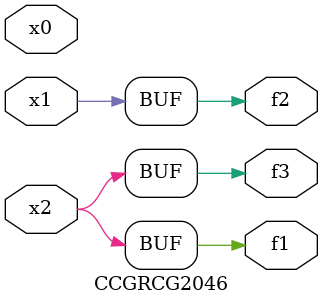
<source format=v>
module CCGRCG2046(
	input x0, x1, x2,
	output f1, f2, f3
);
	assign f1 = x2;
	assign f2 = x1;
	assign f3 = x2;
endmodule

</source>
